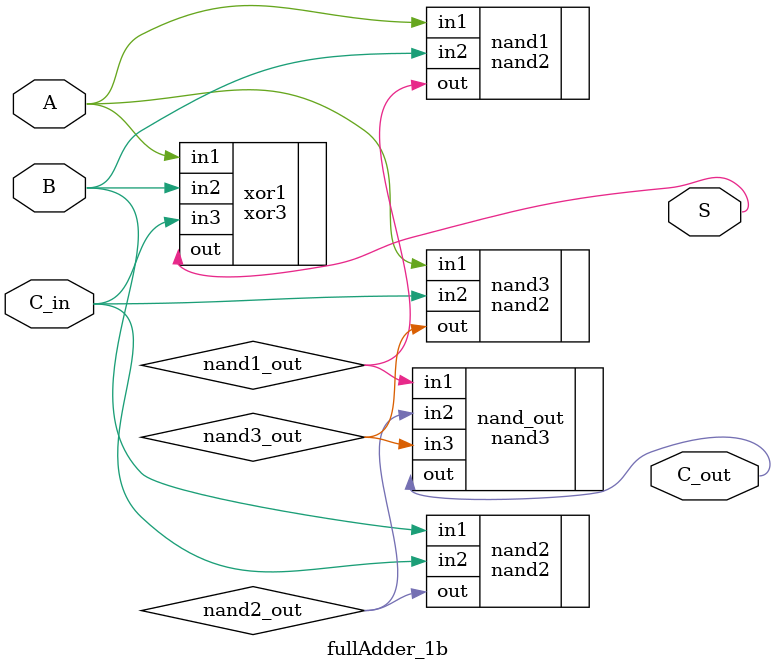
<source format=v>
/*
    CS/ECE 552 Spring '20
    Homework #1, Problem 2
    
    a 1-bit full adder
*/
module fullAdder_1b(A, B, C_in, S, C_out);
    input  A, B;
    input  C_in;
    output S;
    output C_out;

    wire nand1_out, nand2_out, nand3_out;

    nand2 nand1(.in1(A),.in2(B),.out(nand1_out));
    nand2 nand2(.in1(B),.in2(C_in),.out(nand2_out));
    nand2 nand3(.in1(A),.in2(C_in),.out(nand3_out));
    nand3 nand_out(.in1(nand1_out),.in2(nand2_out),.in3(nand3_out),.out(C_out));
   
    xor3 xor1(.in1(A),.in2(B),.in3(C_in),.out(S));

endmodule

</source>
